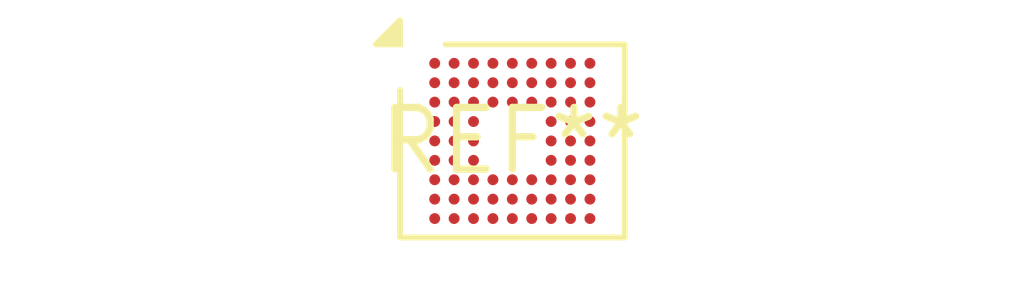
<source format=kicad_pcb>
(kicad_pcb (version 20240108) (generator pcbnew)
  (layers (0 "F.Cu" signal) (31 "B.Cu" signal) (34 "B.Paste" user) (35 "F.Paste" user) (36 "B.SilkS" user "B.Silkscreen") (37 "F.SilkS" user "F.Silkscreen") (38 "B.Mask" user) (39 "F.Mask" user) (44 "Edge.Cuts" user))
  (net 0 "")
  (footprint "ST_WLCSP-72_Die415" (layer "F.Cu") (at 0 0)
    (property "Reference" "REF**")
    (property "Value" "ST_WLCSP-72_Die415")
    (fp_line (start -2.3142 1.9897) (end -2.3142 -1.04985) (layer "F.SilkS") (stroke (width 0.12)))
    (fp_line (start -1.37435 -1.9897) (end 2.3142 -1.9897) (layer "F.SilkS") (stroke (width 0.12)))
    (fp_line (start 2.3142 -1.9897) (end 2.3142 1.9897) (layer "F.SilkS") (stroke (width 0.12)))
    (fp_line (start 2.3142 1.9897) (end -2.3142 1.9897) (layer "F.SilkS") (stroke (width 0.12)))
    (fp_poly (pts (xy -2.3142 -1.9897) (xy -2.8142 -1.9897) (xy -2.3142 -2.4897) (xy -2.3142 -1.9897)) (layer "F.SilkS") (stroke (width 0.12)) (fill solid))
    (pad "A1" smd circle (at -1.6 -1.6) (size 0.225 0.225) (property pad_prop_bga) (layers "F.Cu" "F.Paste" "F.Mask"))
    (pad "A2" smd circle (at -1.2 -1.6) (size 0.225 0.225) (property pad_prop_bga) (layers "F.Cu" "F.Paste" "F.Mask"))
    (pad "A3" smd circle (at -0.8 -1.6) (size 0.225 0.225) (property pad_prop_bga) (layers "F.Cu" "F.Paste" "F.Mask"))
    (pad "A4" smd circle (at -0.4 -1.6) (size 0.225 0.225) (property pad_prop_bga) (layers "F.Cu" "F.Paste" "F.Mask"))
    (pad "A5" smd circle (at 0 -1.6) (size 0.225 0.225) (property pad_prop_bga) (layers "F.Cu" "F.Paste" "F.Mask"))
    (pad "A6" smd circle (at 0.4 -1.6) (size 0.225 0.225) (property pad_prop_bga) (layers "F.Cu" "F.Paste" "F.Mask"))
    (pad "A7" smd circle (at 0.8 -1.6) (size 0.225 0.225) (property pad_prop_bga) (layers "F.Cu" "F.Paste" "F.Mask"))
    (pad "A8" smd circle (at 1.2 -1.6) (size 0.225 0.225) (property pad_prop_bga) (layers "F.Cu" "F.Paste" "F.Mask"))
    (pad "A9" smd circle (at 1.6 -1.6) (size 0.225 0.225) (property pad_prop_bga) (layers "F.Cu" "F.Paste" "F.Mask"))
    (pad "B1" smd circle (at -1.6 -1.2) (size 0.225 0.225) (property pad_prop_bga) (layers "F.Cu" "F.Paste" "F.Mask"))
    (pad "B2" smd circle (at -1.2 -1.2) (size 0.225 0.225) (property pad_prop_bga) (layers "F.Cu" "F.Paste" "F.Mask"))
    (pad "B3" smd circle (at -0.8 -1.2) (size 0.225 0.225) (property pad_prop_bga) (layers "F.Cu" "F.Paste" "F.Mask"))
    (pad "B4" smd circle (at -0.4 -1.2) (size 0.225 0.225) (property pad_prop_bga) (layers "F.Cu" "F.Paste" "F.Mask"))
    (pad "B5" smd circle (at 0 -1.2) (size 0.225 0.225) (property pad_prop_bga) (layers "F.Cu" "F.Paste" "F.Mask"))
    (pad "B6" smd circle (at 0.4 -1.2) (size 0.225 0.225) (property pad_prop_bga) (layers "F.Cu" "F.Paste" "F.Mask"))
    (pad "B7" smd circle (at 0.8 -1.2) (size 0.225 0.225) (property pad_prop_bga) (layers "F.Cu" "F.Paste" "F.Mask"))
    (pad "B8" smd circle (at 1.2 -1.2) (size 0.225 0.225) (property pad_prop_bga) (layers "F.Cu" "F.Paste" "F.Mask"))
    (pad "B9" smd circle (at 1.6 -1.2) (size 0.225 0.225) (property pad_prop_bga) (layers "F.Cu" "F.Paste" "F.Mask"))
    (pad "C1" smd circle (at -1.6 -0.8) (size 0.225 0.225) (property pad_prop_bga) (layers "F.Cu" "F.Paste" "F.Mask"))
    (pad "C2" smd circle (at -1.2 -0.8) (size 0.225 0.225) (property pad_prop_bga) (layers "F.Cu" "F.Paste" "F.Mask"))
    (pad "C3" smd circle (at -0.8 -0.8) (size 0.225 0.225) (property pad_prop_bga) (layers "F.Cu" "F.Paste" "F.Mask"))
    (pad "C4" smd circle (at -0.4 -0.8) (size 0.225 0.225) (property pad_prop_bga) (layers "F.Cu" "F.Paste" "F.Mask"))
    (pad "C5" smd circle (at 0 -0.8) (size 0.225 0.225) (property pad_prop_bga) (layers "F.Cu" "F.Paste" "F.Mask"))
    (pad "C6" smd circle (at 0.4 -0.8) (size 0.225 0.225) (property pad_prop_bga) (layers "F.Cu" "F.Paste" "F.Mask"))
    (pad "C7" smd circle (at 0.8 -0.8) (size 0.225 0.225) (property pad_prop_bga) (layers "F.Cu" "F.Paste" "F.Mask"))
    (pad "C8" smd circle (at 1.2 -0.8) (size 0.225 0.225) (property pad_prop_bga) (layers "F.Cu" "F.Paste" "F.Mask"))
    (pad "C9" smd circle (at 1.6 -0.8) (size 0.225 0.225) (property pad_prop_bga) (layers "F.Cu" "F.Paste" "F.Mask"))
    (pad "D1" smd circle (at -1.6 -0.4) (size 0.225 0.225) (property pad_prop_bga) (layers "F.Cu" "F.Paste" "F.Mask"))
    (pad "D2" smd circle (at -1.2 -0.4) (size 0.225 0.225) (property pad_prop_bga) (layers "F.Cu" "F.Paste" "F.Mask"))
    (pad "D3" smd circle (at -0.8 -0.4) (size 0.225 0.225) (property pad_prop_bga) (layers "F.Cu" "F.Paste" "F.Mask"))
    (pad "D7" smd circle (at 0.8 -0.4) (size 0.225 0.225) (property pad_prop_bga) (layers "F.Cu" "F.Paste" "F.Mask"))
    (pad "D8" smd circle (at 1.2 -0.4) (size 0.225 0.225) (property pad_prop_bga) (layers "F.Cu" "F.Paste" "F.Mask"))
    (pad "D9" smd circle (at 1.6 -0.4) (size 0.225 0.225) (property pad_prop_bga) (layers "F.Cu" "F.Paste" "F.Mask"))
    (pad "E1" smd circle (at -1.6 0) (size 0.225 0.225) (property pad_prop_bga) (layers "F.Cu" "F.Paste" "F.Mask"))
    (pad "E2" smd circle (at -1.2 0) (size 0.225 0.225) (property pad_prop_bga) (layers "F.Cu" "F.Paste" "F.Mask"))
    (pad "E3" smd circle (at -0.8 0) (size 0.225 0.225) (property pad_prop_bga) (layers "F.Cu" "F.Paste" "F.Mask"))
    (pad "E7" smd circle (at 0.8 0) (size 0.225 0.225) (property pad_prop_bga) (layers "F.Cu" "F.Paste" "F.Mask"))
    (pad "E8" smd circle (at 1.2 0) (size 0.225 0.225) (property pad_prop_bga) (layers "F.Cu" "F.Paste" "F.Mask"))
    (pad "E9" smd circle (at 1.6 0) (size 0.225 0.225) (property pad_prop_bga) (layers "F.Cu" "F.Paste" "F.Mask"))
    (pad "F1" smd circle (at -1.6 0.4) (size 0.225 0.225) (property pad_prop_bga) (layers "F.Cu" "F.Paste" "F.Mask"))
    (pad "F2" smd circle (at -1.2 0.4) (size 0.225 0.225) (property pad_prop_bga) (layers "F.Cu" "F.Paste" "F.Mask"))
    (pad "F3" smd circle (at -0.8 0.4) (size 0.225 0.225) (property pad_prop_bga) (layers "F.Cu" "F.Paste" "F.Mask"))
    (pad "F7" smd circle (at 0.8 0.4) (size 0.225 0.225) (property pad_prop_bga) (layers "F.Cu" "F.Paste" "F.Mask"))
    (pad "F8" smd circle (at 1.2 0.4) (size 0.225 0.225) (property pad_prop_bga) (layers "F.Cu" "F.Paste" "F.Mask"))
    (pad "F9" smd circle (at 1.6 0.4) (size 0.225 0.225) (property pad_prop_bga) (layers "F.Cu" "F.Paste" "F.Mask"))
    (pad "G1" smd circle (at -1.6 0.8) (size 0.225 0.225) (property pad_prop_bga) (layers "F.Cu" "F.Paste" "F.Mask"))
    (pad "G2" smd circle (at -1.2 0.8) (size 0.225 0.225) (property pad_prop_bga) (layers "F.Cu" "F.Paste" "F.Mask"))
    (pad "G3" smd circle (at -0.8 0.8) (size 0.225 0.225) (property pad_prop_bga) (layers "F.Cu" "F.Paste" "F.Mask"))
    (pad "G4" smd circle (at -0.4 0.8) (size 0.225 0.225) (property pad_prop_bga) (layers "F.Cu" "F.Paste" "F.Mask"))
    (pad "G5" smd circle (at 0 0.8) (size 0.225 0.225) (property pad_prop_bga) (layers "F.Cu" "F.Paste" "F.Mask"))
    (pad "G6" smd circle (at 0.4 0.8) (size 0.225 0.225) (property pad_prop_bga) (layers "F.Cu" "F.Paste" "F.Mask"))
    (pad "G7" smd circle (at 0.8 0.8) (size 0.225 0.225) (property pad_prop_bga) (layers "F.Cu" "F.Paste" "F.Mask"))
    (pad "G8" smd circle (at 1.2 0.8) (size 0.225 0.225) (property pad_prop_bga) (layers "F.Cu" "F.Paste" "F.Mask"))
    (pad "G9" smd circle (at 1.6 0.8) (size 0.225 0.225) (property pad_prop_bga) (layers "F.Cu" "F.Paste" "F.Mask"))
    (pad "H1" smd circle (at -1.6 1.2) (size 0.225 0.225) (property pad_prop_bga) (layers "F.Cu" "F.Paste" "F.Mask"))
    (pad "H2" smd circle (at -1.2 1.2) (size 0.225 0.225) (property pad_prop_bga) (layers "F.Cu" "F.Paste" "F.Mask"))
    (pad "H3" smd circle (at -0.8 1.2) (size 0.225 0.225) (property pad_prop_bga) (layers "F.Cu" "F.Paste" "F.Mask"))
    (pad "H4" smd circle (at -0.4 1.2) (size 0.225 0.225) (property pad_prop_bga) (layers "F.Cu" "F.Paste" "F.Mask"))
    (pad "H5" smd circle (at 0 1.2) (size 0.225 0.225) (property pad_prop_bga) (layers "F.Cu" "F.Paste" "F.Mask"))
    (pad "H6" smd circle (at 0.4 1.2) (size 0.225 0.225) (property pad_prop_bga) (layers "F.Cu" "F.Paste" "F.Mask"))
    (pad "H7" smd circle (at 0.8 1.2) (size 0.225 0.225) (property pad_prop_bga) (layers "F.Cu" "F.Paste" "F.Mask"))
    (pad "H8" smd circle (at 1.2 1.2) (size 0.225 0.225) (property pad_prop_bga) (layers "F.Cu" "F.Paste" "F.Mask"))
    (pad "H9" smd circle (at 1.6 1.2) (size 0.225 0.225) (property pad_prop_bga) (layers "F.Cu" "F.Paste" "F.Mask"))
    (pad "J1" smd circle (at -1.6 1.6) (size 0.225 0.225) (property pad_prop_bga) (layers "F.Cu" "F.Paste" "F.Mask"))
    (pad "J2" smd circle (at -1.2 1.6) (size 0.225 0.225) (property pad_prop_bga) (layers "F.Cu" "F.Paste" "F.Mask"))
    (pad "J3" smd circle (at -0.8 1.6) (size 0.225 0.225) (property pad_prop_bga) (layers "F.Cu" "F.Paste" "F.Mask"))
    (pad "J4" smd circle (at -0.4 1.6) (size 0.225 0.225) (property pad_prop_bga) (layers "F.Cu" "F.Paste" "F.Mask"))
    (pad "J5" smd circle (at 0 1.6) (size 0.225 0.225) (property pad_prop_bga) (layers "F.Cu" "F.Paste" "F.Mask"))
    (pad "J6" smd circle (at 0.4 1.6) (size 0.225 0.225) (property pad_prop_bga) (layers "F.Cu" "F.Paste" "F.Mask"))
    (pad "J7" smd circle (at 0.8 1.6) (size 0.225 0.225) (property pad_prop_bga) (layers "F.Cu" "F.Paste" "F.Mask"))
    (pad "J8" smd circle (at 1.2 1.6) (size 0.225 0.225) (property pad_prop_bga) (layers "F.Cu" "F.Paste" "F.Mask"))
    (pad "J9" smd circle (at 1.6 1.6) (size 0.225 0.225) (property pad_prop_bga) (layers "F.Cu" "F.Paste" "F.Mask"))
  )
)
</source>
